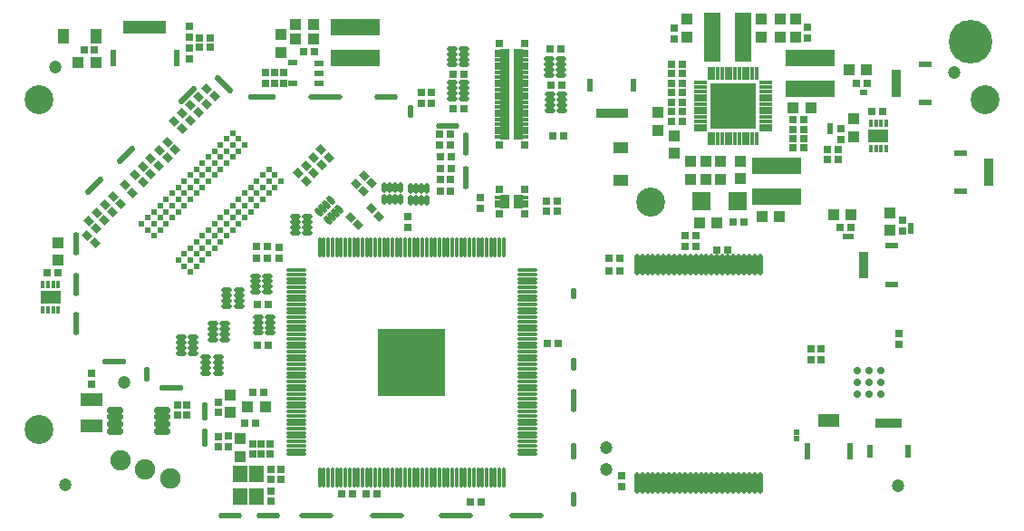
<source format=gts>
G04 Layer_Color=8388736*
%FSLAX25Y25*%
%MOIN*%
G70*
G01*
G75*
%ADD151C,0.16000*%
%ADD152R,0.04343X0.04343*%
%ADD153R,0.03162X0.02769*%
%ADD154R,0.01784X0.02965*%
%ADD155R,0.07493X0.04737*%
%ADD156R,0.01706X0.01981*%
%ADD157R,0.04343X0.04343*%
%ADD158R,0.03556X0.01981*%
%ADD159R,0.04737X0.01981*%
G04:AMPARAMS|DCode=160|XSize=86.74mil|YSize=21.78mil|CornerRadius=0mil|HoleSize=0mil|Usage=FLASHONLY|Rotation=135.000|XOffset=0mil|YOffset=0mil|HoleType=Round|Shape=Round|*
%AMOVALD160*
21,1,0.06496,0.02178,0.00000,0.00000,135.0*
1,1,0.02178,0.02297,-0.02297*
1,1,0.02178,-0.02297,0.02297*
%
%ADD160OVALD160*%

%ADD161O,0.10249X0.02178*%
%ADD162O,0.12611X0.02178*%
%ADD163O,0.08674X0.02178*%
%ADD164O,0.02178X0.04737*%
%ADD165O,0.02178X0.08674*%
%ADD166O,0.02178X0.04343*%
%ADD167O,0.02178X0.06312*%
%ADD168O,0.02178X0.05524*%
%ADD169O,0.02178X0.07099*%
%ADD170O,0.09068X0.02178*%
G04:AMPARAMS|DCode=171|XSize=86.74mil|YSize=21.78mil|CornerRadius=0mil|HoleSize=0mil|Usage=FLASHONLY|Rotation=45.000|XOffset=0mil|YOffset=0mil|HoleType=Round|Shape=Round|*
%AMOVALD171*
21,1,0.06496,0.02178,0.00000,0.00000,45.0*
1,1,0.02178,-0.02297,-0.02297*
1,1,0.02178,0.02297,0.02297*
%
%ADD171OVALD171*%

%ADD172R,0.06784X0.07099*%
%ADD173C,0.05524*%
%ADD174R,0.02769X0.03162*%
%ADD175R,0.08280X0.05131*%
%ADD176O,0.03900X0.02000*%
%ADD177C,0.04737*%
%ADD178O,0.01587X0.04737*%
%ADD179O,0.04737X0.01587*%
G04:AMPARAMS|DCode=180|XSize=27.69mil|YSize=31.62mil|CornerRadius=0mil|HoleSize=0mil|Usage=FLASHONLY|Rotation=45.000|XOffset=0mil|YOffset=0mil|HoleType=Round|Shape=Rectangle|*
%AMROTATEDRECTD180*
4,1,4,0.00139,-0.02097,-0.02097,0.00139,-0.00139,0.02097,0.02097,-0.00139,0.00139,-0.02097,0.0*
%
%ADD180ROTATEDRECTD180*%

%ADD181R,0.01981X0.05131*%
%ADD182R,0.02454X0.05918*%
%ADD183R,0.01981X0.03556*%
%ADD184R,0.01981X0.04737*%
%ADD185R,0.18123X0.05918*%
%ADD186O,0.02000X0.03900*%
G04:AMPARAMS|DCode=187|XSize=39mil|YSize=20mil|CornerRadius=0mil|HoleSize=0mil|Usage=FLASHONLY|Rotation=315.000|XOffset=0mil|YOffset=0mil|HoleType=Round|Shape=Round|*
%AMOVALD187*
21,1,0.01900,0.02000,0.00000,0.00000,315.0*
1,1,0.02000,-0.00672,0.00672*
1,1,0.02000,0.00672,-0.00672*
%
%ADD187OVALD187*%

%ADD188O,0.07296X0.01587*%
%ADD189O,0.01587X0.07296*%
%ADD190C,0.02375*%
%ADD191R,0.03556X0.02375*%
%ADD192O,0.01883X0.07800*%
%ADD193R,0.05524X0.06312*%
%ADD194R,0.05918X0.18123*%
%ADD195R,0.02650X0.02769*%
%ADD196R,0.02572X0.01745*%
%ADD197R,0.03674X0.02178*%
%ADD198O,0.06115X0.02847*%
%ADD199R,0.04147X0.05524*%
%ADD200R,0.05524X0.04147*%
%ADD201R,0.02178X0.02178*%
%ADD202R,0.02178X0.02178*%
%ADD203C,0.10642*%
%ADD204C,0.07493*%
%ADD205R,0.16548X0.16548*%
G04:AMPARAMS|DCode=206|XSize=244.22mil|YSize=244.22mil|CornerRadius=0mil|HoleSize=0mil|Usage=FLASHONLY|Rotation=0.000|XOffset=0mil|YOffset=0mil|HoleType=Round|Shape=RoundedRectangle|*
%AMROUNDEDRECTD206*
21,1,0.24422,0.24422,0,0,0.0*
21,1,0.24422,0.24422,0,0,0.0*
1,1,0.00000,0.12211,-0.12211*
1,1,0.00000,-0.12211,-0.12211*
1,1,0.00000,-0.12211,0.12211*
1,1,0.00000,0.12211,0.12211*
%
%ADD206ROUNDEDRECTD206*%
%ADD207C,0.02769*%
D151*
X348700Y176599D02*
D03*
D152*
X12900Y96150D02*
D03*
Y102650D02*
D03*
X318794Y107250D02*
D03*
Y113750D02*
D03*
X76400Y46649D02*
D03*
Y40149D02*
D03*
X263848Y132650D02*
D03*
Y126150D02*
D03*
X80016Y30613D02*
D03*
Y24113D02*
D03*
X245693Y126081D02*
D03*
Y132581D02*
D03*
X284193Y178333D02*
D03*
Y184833D02*
D03*
X239693Y142081D02*
D03*
Y135581D02*
D03*
X233693Y144081D02*
D03*
Y150581D02*
D03*
X271693Y184833D02*
D03*
Y178333D02*
D03*
X256693Y132581D02*
D03*
Y126081D02*
D03*
X94850Y172724D02*
D03*
Y179224D02*
D03*
X244193Y178333D02*
D03*
Y184833D02*
D03*
X251193Y126081D02*
D03*
Y132581D02*
D03*
X278693Y184833D02*
D03*
Y178333D02*
D03*
X305512Y148132D02*
D03*
Y141632D02*
D03*
D153*
X12868Y91600D02*
D03*
X8931D02*
D03*
X306693Y161374D02*
D03*
X310630D02*
D03*
X168717Y7200D02*
D03*
X164779D02*
D03*
X85661Y36331D02*
D03*
X81724D02*
D03*
X219498Y92283D02*
D03*
X215561D02*
D03*
X26417Y173500D02*
D03*
X22479D02*
D03*
X157420Y125892D02*
D03*
X153483D02*
D03*
X304616Y108200D02*
D03*
X300679D02*
D03*
X117224Y10331D02*
D03*
X121161D02*
D03*
X130161Y10331D02*
D03*
X126224D02*
D03*
X86311Y79817D02*
D03*
X90248D02*
D03*
X90246Y65100D02*
D03*
X86309D02*
D03*
X265161Y110331D02*
D03*
X261224D02*
D03*
X238724Y157831D02*
D03*
X242661D02*
D03*
X238724Y168331D02*
D03*
X242661D02*
D03*
X103181Y173074D02*
D03*
X107118D02*
D03*
X196918Y65474D02*
D03*
X192981D02*
D03*
X283224Y137600D02*
D03*
X287161D02*
D03*
X238724Y164831D02*
D03*
X242661D02*
D03*
X157458Y134138D02*
D03*
X153521D02*
D03*
X153428Y138505D02*
D03*
X157365D02*
D03*
X84531Y47499D02*
D03*
X88468D02*
D03*
X242661Y147331D02*
D03*
X238724D02*
D03*
X242661Y150831D02*
D03*
X238724D02*
D03*
X283224Y147831D02*
D03*
X287161D02*
D03*
X68818Y174574D02*
D03*
X64881D02*
D03*
Y178074D02*
D03*
X68818D02*
D03*
X283225Y144421D02*
D03*
X287162D02*
D03*
Y141011D02*
D03*
X283225D02*
D03*
X242661Y161331D02*
D03*
X238724D02*
D03*
X259161Y100083D02*
D03*
X255224D02*
D03*
X215561Y96883D02*
D03*
X219498D02*
D03*
X193881Y173874D02*
D03*
X197818D02*
D03*
X192596Y114399D02*
D03*
X196533D02*
D03*
X194181Y160674D02*
D03*
X198118D02*
D03*
X196518Y118074D02*
D03*
X192581D02*
D03*
X86044Y96865D02*
D03*
X89981D02*
D03*
X89980Y101166D02*
D03*
X86043D02*
D03*
X296079Y133200D02*
D03*
X300016D02*
D03*
X162117Y152100D02*
D03*
X158179D02*
D03*
X300016Y136800D02*
D03*
X296079D02*
D03*
X194981Y141974D02*
D03*
X198918D02*
D03*
X158179Y164600D02*
D03*
X162117D02*
D03*
X153376Y142627D02*
D03*
X157313D02*
D03*
X153521Y130088D02*
D03*
X157458D02*
D03*
X157420Y121492D02*
D03*
X153483D02*
D03*
X238724Y154331D02*
D03*
X242661D02*
D03*
X316276Y150894D02*
D03*
X312339D02*
D03*
D154*
X7200Y78100D02*
D03*
X9168D02*
D03*
X11137D02*
D03*
X13105D02*
D03*
Y87352D02*
D03*
X11137D02*
D03*
X9168D02*
D03*
X7200D02*
D03*
X311820Y146519D02*
D03*
X313788D02*
D03*
X315757D02*
D03*
X317725D02*
D03*
Y137267D02*
D03*
X315757Y137267D02*
D03*
X313788D02*
D03*
X311820Y137267D02*
D03*
D155*
X10153Y82726D02*
D03*
X314772Y141893D02*
D03*
D156*
X308697Y157900D02*
D03*
X310094D02*
D03*
D157*
X303837Y166305D02*
D03*
X310337D02*
D03*
X20398Y169000D02*
D03*
X26898D02*
D03*
X304698Y112800D02*
D03*
X298198D02*
D03*
X271943Y112331D02*
D03*
X278443D02*
D03*
X248943Y109831D02*
D03*
X255443D02*
D03*
X289943Y152331D02*
D03*
X283443D02*
D03*
X106900Y177574D02*
D03*
X100400D02*
D03*
X89150Y42199D02*
D03*
X82650D02*
D03*
X106800Y183074D02*
D03*
X100300D02*
D03*
D158*
X321449Y157252D02*
D03*
Y159221D02*
D03*
Y161189D02*
D03*
Y163157D02*
D03*
Y165126D02*
D03*
X355365Y132537D02*
D03*
Y130569D02*
D03*
Y128600D02*
D03*
Y126631D02*
D03*
Y124663D02*
D03*
X309135Y90552D02*
D03*
Y92520D02*
D03*
Y94489D02*
D03*
Y96457D02*
D03*
Y98426D02*
D03*
D159*
X331882Y154142D02*
D03*
X331882Y168236D02*
D03*
X344932Y135647D02*
D03*
Y121553D02*
D03*
X319568Y87441D02*
D03*
Y101536D02*
D03*
D160*
X74020Y161011D02*
D03*
D161*
X87913Y156300D02*
D03*
D162*
X111417D02*
D03*
X185433Y2362D02*
D03*
X159449D02*
D03*
X133858D02*
D03*
X107874D02*
D03*
D163*
X133465Y156299D02*
D03*
X156299Y145669D02*
D03*
X90158Y2362D02*
D03*
X76378D02*
D03*
D164*
X142520Y150787D02*
D03*
X202756Y57874D02*
D03*
D165*
X162992Y138976D02*
D03*
Y126772D02*
D03*
X202756Y44488D02*
D03*
X19685Y72835D02*
D03*
Y87402D02*
D03*
Y102362D02*
D03*
D166*
X202756Y83858D02*
D03*
D167*
Y25984D02*
D03*
D168*
Y8268D02*
D03*
X45669Y54331D02*
D03*
D169*
X66929Y31102D02*
D03*
Y40551D02*
D03*
D170*
X54674Y49213D02*
D03*
X33622Y59055D02*
D03*
D171*
X60453Y157074D02*
D03*
X37851Y134897D02*
D03*
X26250Y123598D02*
D03*
D172*
X249461Y117831D02*
D03*
X262925Y117831D02*
D03*
D173*
X348700Y176599D02*
D03*
D174*
X94948Y19399D02*
D03*
Y15462D02*
D03*
X322148Y65332D02*
D03*
Y69269D02*
D03*
X293648Y63569D02*
D03*
Y59632D02*
D03*
X290040Y63504D02*
D03*
Y59567D02*
D03*
X90965Y28768D02*
D03*
Y24831D02*
D03*
X168448Y115232D02*
D03*
Y119168D02*
D03*
X243693Y105299D02*
D03*
Y101362D02*
D03*
X61250Y174343D02*
D03*
Y170405D02*
D03*
X61250Y182243D02*
D03*
Y178305D02*
D03*
X87765Y24831D02*
D03*
Y28768D02*
D03*
X94312Y96896D02*
D03*
Y100833D02*
D03*
X146650Y158043D02*
D03*
Y154105D02*
D03*
X323548Y107032D02*
D03*
Y110968D02*
D03*
X247693Y105299D02*
D03*
Y101362D02*
D03*
X71900Y40131D02*
D03*
Y44068D02*
D03*
X141652Y112361D02*
D03*
Y108424D02*
D03*
X91393Y7462D02*
D03*
Y11399D02*
D03*
X91393Y15462D02*
D03*
Y19399D02*
D03*
X288693Y178114D02*
D03*
Y182051D02*
D03*
X75563Y27523D02*
D03*
Y31460D02*
D03*
X92548Y161331D02*
D03*
Y165269D02*
D03*
X72101Y27504D02*
D03*
Y31441D02*
D03*
X95948Y161331D02*
D03*
Y165269D02*
D03*
X89148Y161331D02*
D03*
Y165269D02*
D03*
X239693Y177614D02*
D03*
Y181551D02*
D03*
X84465Y28767D02*
D03*
Y24830D02*
D03*
X301065Y144568D02*
D03*
Y140631D02*
D03*
X150150Y154105D02*
D03*
Y158043D02*
D03*
X220393Y13115D02*
D03*
Y17052D02*
D03*
X60448Y39132D02*
D03*
Y43069D02*
D03*
X25293Y54514D02*
D03*
Y50577D02*
D03*
X56948Y39132D02*
D03*
Y43069D02*
D03*
D175*
X25393Y35224D02*
D03*
Y45067D02*
D03*
D176*
X157925Y161553D02*
D03*
Y159584D02*
D03*
Y157616D02*
D03*
Y155647D02*
D03*
X162373D02*
D03*
Y157616D02*
D03*
Y159584D02*
D03*
Y161553D02*
D03*
X100229Y112345D02*
D03*
Y110376D02*
D03*
Y108408D02*
D03*
Y106439D02*
D03*
X104677D02*
D03*
Y108408D02*
D03*
Y110376D02*
D03*
Y112345D02*
D03*
X75029Y85345D02*
D03*
Y83376D02*
D03*
Y81408D02*
D03*
Y79439D02*
D03*
X79477D02*
D03*
Y81408D02*
D03*
Y83376D02*
D03*
Y85345D02*
D03*
X90986Y75357D02*
D03*
Y73388D02*
D03*
Y71420D02*
D03*
Y69451D02*
D03*
X86538D02*
D03*
Y71420D02*
D03*
Y73388D02*
D03*
Y75357D02*
D03*
X69892Y72803D02*
D03*
Y70834D02*
D03*
Y68866D02*
D03*
Y66897D02*
D03*
X74340D02*
D03*
Y68866D02*
D03*
Y70834D02*
D03*
Y72803D02*
D03*
X62677Y67945D02*
D03*
Y65976D02*
D03*
Y64008D02*
D03*
Y62039D02*
D03*
X58229D02*
D03*
Y64008D02*
D03*
Y65976D02*
D03*
Y67945D02*
D03*
X67429Y60645D02*
D03*
Y58676D02*
D03*
Y56708D02*
D03*
Y54739D02*
D03*
X71877D02*
D03*
Y56708D02*
D03*
Y58676D02*
D03*
Y60645D02*
D03*
X85529Y90445D02*
D03*
Y88476D02*
D03*
Y86508D02*
D03*
Y84539D02*
D03*
X89977D02*
D03*
Y86508D02*
D03*
Y88476D02*
D03*
Y90445D02*
D03*
X193625Y164321D02*
D03*
Y166290D02*
D03*
Y168258D02*
D03*
Y170227D02*
D03*
X198073D02*
D03*
Y168258D02*
D03*
Y166290D02*
D03*
Y164321D02*
D03*
X157925Y174053D02*
D03*
Y172084D02*
D03*
Y170116D02*
D03*
Y168147D02*
D03*
X162373D02*
D03*
Y170116D02*
D03*
Y172084D02*
D03*
Y174053D02*
D03*
X193925Y151421D02*
D03*
Y153390D02*
D03*
Y155358D02*
D03*
Y157327D02*
D03*
X198373D02*
D03*
Y155358D02*
D03*
Y153390D02*
D03*
Y151421D02*
D03*
D177*
X11811Y167323D02*
D03*
X342520Y165354D02*
D03*
X214567Y27165D02*
D03*
Y19291D02*
D03*
X37402Y51181D02*
D03*
X15748Y13780D02*
D03*
X322047Y13386D02*
D03*
D178*
X269854Y140823D02*
D03*
X268280D02*
D03*
X266705D02*
D03*
X265130D02*
D03*
X263555D02*
D03*
X261980D02*
D03*
X260405D02*
D03*
X258831D02*
D03*
X257256D02*
D03*
X255681D02*
D03*
X254106D02*
D03*
X252532D02*
D03*
Y164839D02*
D03*
X254106D02*
D03*
X255681D02*
D03*
X257256D02*
D03*
X258831D02*
D03*
X260405D02*
D03*
X261980D02*
D03*
X263555D02*
D03*
X265130D02*
D03*
X266705D02*
D03*
X268280D02*
D03*
X269854D02*
D03*
D179*
X249185Y144169D02*
D03*
Y145744D02*
D03*
Y147319D02*
D03*
Y148894D02*
D03*
Y150469D02*
D03*
Y152043D02*
D03*
Y153618D02*
D03*
Y155193D02*
D03*
Y156768D02*
D03*
Y158343D02*
D03*
Y159917D02*
D03*
Y161492D02*
D03*
X273201D02*
D03*
Y159917D02*
D03*
Y158343D02*
D03*
Y156768D02*
D03*
Y155193D02*
D03*
Y153618D02*
D03*
Y152043D02*
D03*
Y150469D02*
D03*
Y148894D02*
D03*
Y147319D02*
D03*
Y145744D02*
D03*
Y144169D02*
D03*
D180*
X55760Y147284D02*
D03*
X58544Y144500D02*
D03*
X61544Y147500D02*
D03*
X58760Y150284D02*
D03*
X61760Y153284D02*
D03*
X64544Y150500D02*
D03*
X67544Y153500D02*
D03*
X64760Y156284D02*
D03*
X67760Y159284D02*
D03*
X70544Y156500D02*
D03*
X130944Y112400D02*
D03*
X128160Y115184D02*
D03*
X120462Y112081D02*
D03*
X123246Y109297D02*
D03*
X50360Y136584D02*
D03*
X53144Y133800D02*
D03*
X49844Y130800D02*
D03*
X47060Y133584D02*
D03*
X26544Y102500D02*
D03*
X23760Y105284D02*
D03*
X24260Y110784D02*
D03*
X27044Y108000D02*
D03*
X30044Y111000D02*
D03*
X27260Y113784D02*
D03*
X30260Y116784D02*
D03*
X33044Y114000D02*
D03*
X36044Y117000D02*
D03*
X33260Y119784D02*
D03*
X44144Y124800D02*
D03*
X41360Y127584D02*
D03*
X37660Y123884D02*
D03*
X40444Y121100D02*
D03*
X109760Y136884D02*
D03*
X112544Y134100D02*
D03*
X109844Y131200D02*
D03*
X107060Y133984D02*
D03*
X104260Y130984D02*
D03*
X107044Y128200D02*
D03*
X104144Y125400D02*
D03*
X101360Y128184D02*
D03*
X122660Y124284D02*
D03*
X125444Y121500D02*
D03*
X128444Y124500D02*
D03*
X125660Y127284D02*
D03*
X53260Y139584D02*
D03*
X56044Y136800D02*
D03*
X44260Y130584D02*
D03*
X47044Y127800D02*
D03*
D181*
X295472Y37244D02*
D03*
X297441D02*
D03*
X299409D02*
D03*
X293504D02*
D03*
X39890Y182008D02*
D03*
X41858D02*
D03*
X43827D02*
D03*
X45795D02*
D03*
X47764D02*
D03*
X49732D02*
D03*
X51701D02*
D03*
X37921D02*
D03*
D182*
X288701Y25945D02*
D03*
X304213D02*
D03*
X33118Y170709D02*
D03*
X56504D02*
D03*
D183*
X221654Y150197D02*
D03*
X219685D02*
D03*
X217717D02*
D03*
X215748D02*
D03*
X213779D02*
D03*
X211811D02*
D03*
X322441Y36319D02*
D03*
X320472D02*
D03*
X318504D02*
D03*
X316535D02*
D03*
X314567D02*
D03*
D184*
X224764Y160630D02*
D03*
X208701D02*
D03*
X325551Y25886D02*
D03*
X311457D02*
D03*
D185*
X289693Y159122D02*
D03*
Y170539D02*
D03*
X122350Y170565D02*
D03*
Y181983D02*
D03*
X277193Y131039D02*
D03*
Y119622D02*
D03*
D186*
X148605Y118266D02*
D03*
X146636D02*
D03*
X144668D02*
D03*
X142699D02*
D03*
Y122714D02*
D03*
X144668D02*
D03*
X146636D02*
D03*
X148605D02*
D03*
X139004Y123015D02*
D03*
X137035D02*
D03*
X135067D02*
D03*
X133098D02*
D03*
Y118567D02*
D03*
X135067D02*
D03*
X137035D02*
D03*
X139004D02*
D03*
D187*
X116313Y115007D02*
D03*
X114921Y113615D02*
D03*
X113529Y112223D02*
D03*
X112137Y110831D02*
D03*
X108992Y113976D02*
D03*
X110384Y115368D02*
D03*
X111776Y116760D02*
D03*
X113168Y118152D02*
D03*
D188*
X185473Y92550D02*
D03*
Y90975D02*
D03*
Y89401D02*
D03*
Y87826D02*
D03*
Y86251D02*
D03*
Y84676D02*
D03*
Y83101D02*
D03*
Y81527D02*
D03*
Y79952D02*
D03*
Y78377D02*
D03*
Y76802D02*
D03*
Y75227D02*
D03*
Y73653D02*
D03*
Y72078D02*
D03*
Y70503D02*
D03*
Y68928D02*
D03*
Y67353D02*
D03*
Y65779D02*
D03*
Y64204D02*
D03*
Y62629D02*
D03*
Y61054D02*
D03*
Y59479D02*
D03*
Y57905D02*
D03*
Y56330D02*
D03*
Y54755D02*
D03*
Y53180D02*
D03*
Y51605D02*
D03*
Y50031D02*
D03*
Y48456D02*
D03*
Y46881D02*
D03*
Y45306D02*
D03*
Y43731D02*
D03*
Y42157D02*
D03*
Y40582D02*
D03*
Y39007D02*
D03*
Y37432D02*
D03*
Y35857D02*
D03*
Y34283D02*
D03*
Y32708D02*
D03*
Y31133D02*
D03*
Y29558D02*
D03*
Y27983D02*
D03*
Y26409D02*
D03*
Y24834D02*
D03*
X100631D02*
D03*
Y26409D02*
D03*
Y27983D02*
D03*
Y29558D02*
D03*
Y31133D02*
D03*
Y32708D02*
D03*
Y34283D02*
D03*
Y35857D02*
D03*
Y37432D02*
D03*
Y39007D02*
D03*
Y40582D02*
D03*
Y42157D02*
D03*
Y43731D02*
D03*
Y45306D02*
D03*
Y46881D02*
D03*
Y48456D02*
D03*
Y50031D02*
D03*
Y51605D02*
D03*
Y53180D02*
D03*
Y54755D02*
D03*
Y56330D02*
D03*
Y57905D02*
D03*
Y59479D02*
D03*
Y61054D02*
D03*
Y62629D02*
D03*
Y64204D02*
D03*
Y65779D02*
D03*
Y67353D02*
D03*
Y68928D02*
D03*
Y70503D02*
D03*
Y72078D02*
D03*
Y73653D02*
D03*
Y75227D02*
D03*
Y76802D02*
D03*
Y78377D02*
D03*
Y79952D02*
D03*
Y81527D02*
D03*
Y83101D02*
D03*
Y84676D02*
D03*
Y86251D02*
D03*
Y87826D02*
D03*
Y89401D02*
D03*
Y90975D02*
D03*
Y92550D02*
D03*
D189*
X176910Y16271D02*
D03*
X175335D02*
D03*
X173761D02*
D03*
X172186D02*
D03*
X170611D02*
D03*
X169036D02*
D03*
X167461D02*
D03*
X165887D02*
D03*
X164312D02*
D03*
X162737D02*
D03*
X161162D02*
D03*
X159587D02*
D03*
X158013D02*
D03*
X156438D02*
D03*
X154863D02*
D03*
X153288D02*
D03*
X151713D02*
D03*
X150139D02*
D03*
X148564D02*
D03*
X146989D02*
D03*
X145414D02*
D03*
X143839D02*
D03*
X142265D02*
D03*
X140690D02*
D03*
X139115D02*
D03*
X137540D02*
D03*
X135965D02*
D03*
X134391D02*
D03*
X132816D02*
D03*
X131241D02*
D03*
X129666D02*
D03*
X128091D02*
D03*
X126517D02*
D03*
X124942D02*
D03*
X123367D02*
D03*
X121792D02*
D03*
X120217D02*
D03*
X118643D02*
D03*
X117068D02*
D03*
X115493D02*
D03*
X113918D02*
D03*
X112343D02*
D03*
X110769D02*
D03*
X109194D02*
D03*
Y101113D02*
D03*
X110769D02*
D03*
X112343D02*
D03*
X113918D02*
D03*
X115493D02*
D03*
X117068D02*
D03*
X118643D02*
D03*
X120217D02*
D03*
X121792D02*
D03*
X123367D02*
D03*
X124942D02*
D03*
X126517D02*
D03*
X128091D02*
D03*
X129666D02*
D03*
X131241D02*
D03*
X132816D02*
D03*
X134391D02*
D03*
X135965D02*
D03*
X137540D02*
D03*
X139115D02*
D03*
X140690D02*
D03*
X142265D02*
D03*
X143839D02*
D03*
X145414D02*
D03*
X146989D02*
D03*
X148564D02*
D03*
X150139D02*
D03*
X151713D02*
D03*
X153288D02*
D03*
X154863D02*
D03*
X156438D02*
D03*
X158013D02*
D03*
X159587D02*
D03*
X161162D02*
D03*
X162737D02*
D03*
X164312D02*
D03*
X165887D02*
D03*
X167461D02*
D03*
X169036D02*
D03*
X170611D02*
D03*
X172186D02*
D03*
X173761D02*
D03*
X175335D02*
D03*
X176910D02*
D03*
D190*
X61594Y91844D02*
D03*
X59367Y94070D02*
D03*
X57140Y96298D02*
D03*
X48232Y105206D02*
D03*
X46004Y107433D02*
D03*
X43778Y109660D02*
D03*
X63821Y94071D02*
D03*
X61595Y96298D02*
D03*
X59367Y98525D02*
D03*
X50459Y107433D02*
D03*
X48232Y109661D02*
D03*
X46005Y111887D02*
D03*
X66048Y96298D02*
D03*
X63821Y98524D02*
D03*
X61594Y100752D02*
D03*
X52686Y109660D02*
D03*
X50458Y111887D02*
D03*
X48232Y114114D02*
D03*
X68275Y98525D02*
D03*
X66049Y100752D02*
D03*
X63821Y102979D02*
D03*
X54913Y111887D02*
D03*
X52686Y114115D02*
D03*
X50459Y116341D02*
D03*
X70502Y100752D02*
D03*
X68275Y102978D02*
D03*
X66048Y105206D02*
D03*
X57140Y114114D02*
D03*
X54912Y116341D02*
D03*
X52686Y118568D02*
D03*
X72729Y102979D02*
D03*
X70503Y105206D02*
D03*
X68275Y107433D02*
D03*
X59367Y116341D02*
D03*
X57140Y118569D02*
D03*
X54913Y120795D02*
D03*
X74957Y105206D02*
D03*
X72730Y107433D02*
D03*
X70503Y109661D02*
D03*
X61595Y118569D02*
D03*
X59367Y120796D02*
D03*
X57140Y123023D02*
D03*
X77183Y107433D02*
D03*
X74957Y109660D02*
D03*
X72729Y111887D02*
D03*
X63821Y120795D02*
D03*
X61594Y123023D02*
D03*
X59367Y125249D02*
D03*
X79411Y109661D02*
D03*
X77184Y111887D02*
D03*
X74957Y114115D02*
D03*
X66049Y123023D02*
D03*
X63821Y125250D02*
D03*
X61595Y127477D02*
D03*
X81638Y111887D02*
D03*
X79411Y114114D02*
D03*
X77183Y116341D02*
D03*
X68275Y125249D02*
D03*
X66048Y127477D02*
D03*
X63821Y129704D02*
D03*
X83865Y114115D02*
D03*
X81638Y116341D02*
D03*
X79411Y118569D02*
D03*
X70503Y127477D02*
D03*
X68275Y129704D02*
D03*
X66049Y131931D02*
D03*
X86092Y116342D02*
D03*
X83866Y118569D02*
D03*
X81638Y120796D02*
D03*
X72730Y129704D02*
D03*
X70503Y131932D02*
D03*
X68276Y134158D02*
D03*
X88319Y118569D02*
D03*
X86092Y120795D02*
D03*
X83865Y123023D02*
D03*
X74957Y131931D02*
D03*
X72729Y134158D02*
D03*
X70503Y136385D02*
D03*
X90546Y120796D02*
D03*
X88320Y123023D02*
D03*
X86092Y125250D02*
D03*
X77184Y134158D02*
D03*
X74957Y136386D02*
D03*
X72730Y138612D02*
D03*
X92773Y123023D02*
D03*
X90546Y125249D02*
D03*
X88319Y127477D02*
D03*
X79411Y136385D02*
D03*
X77183Y138612D02*
D03*
X74957Y140839D02*
D03*
X95000Y125250D02*
D03*
X92774Y127477D02*
D03*
X90546Y129704D02*
D03*
X81638Y138612D02*
D03*
X79411Y140840D02*
D03*
X77184Y143066D02*
D03*
D191*
X108850Y161134D02*
D03*
Y164874D02*
D03*
Y168614D02*
D03*
X99401Y168811D02*
D03*
Y161134D02*
D03*
D192*
X271130Y14268D02*
D03*
X269161D02*
D03*
X267193D02*
D03*
X265224D02*
D03*
X263256D02*
D03*
X261287D02*
D03*
X259319D02*
D03*
X257350D02*
D03*
X255382D02*
D03*
X253413D02*
D03*
X251445D02*
D03*
X249476D02*
D03*
X247508D02*
D03*
X245539D02*
D03*
X243571D02*
D03*
X241602D02*
D03*
X239634D02*
D03*
X237665D02*
D03*
X235697D02*
D03*
X233728D02*
D03*
X231760D02*
D03*
X229791D02*
D03*
X227823D02*
D03*
X225854D02*
D03*
Y94583D02*
D03*
X227823D02*
D03*
X229791D02*
D03*
X231760D02*
D03*
X233728D02*
D03*
X235697D02*
D03*
X237665D02*
D03*
X239634D02*
D03*
X241602D02*
D03*
X243571D02*
D03*
X245539D02*
D03*
X247508D02*
D03*
X249476D02*
D03*
X251445D02*
D03*
X253413D02*
D03*
X255382D02*
D03*
X257350D02*
D03*
X259319D02*
D03*
X261287D02*
D03*
X263256D02*
D03*
X265224D02*
D03*
X267193D02*
D03*
X269161D02*
D03*
X271130D02*
D03*
D193*
X79987Y9431D02*
D03*
Y17698D02*
D03*
X85893D02*
D03*
Y9431D02*
D03*
D194*
X264902Y178331D02*
D03*
X253484D02*
D03*
D195*
X175216Y176063D02*
D03*
X184626D02*
D03*
X184626Y138661D02*
D03*
X175216D02*
D03*
X175216Y113189D02*
D03*
X184626D02*
D03*
Y122244D02*
D03*
X175216D02*
D03*
D196*
X184744Y169961D02*
D03*
Y171535D02*
D03*
Y173110D02*
D03*
X175098Y169961D02*
D03*
Y171535D02*
D03*
Y173110D02*
D03*
X184744Y168386D02*
D03*
Y162087D02*
D03*
Y166811D02*
D03*
Y165236D02*
D03*
Y163661D02*
D03*
Y155787D02*
D03*
Y160512D02*
D03*
Y158937D02*
D03*
Y157362D02*
D03*
Y149488D02*
D03*
Y154213D02*
D03*
Y152638D02*
D03*
Y151063D02*
D03*
Y143189D02*
D03*
Y147913D02*
D03*
Y146339D02*
D03*
Y144764D02*
D03*
Y141614D02*
D03*
X175098Y168386D02*
D03*
Y165236D02*
D03*
Y163661D02*
D03*
Y162087D02*
D03*
Y166811D02*
D03*
Y158937D02*
D03*
Y157362D02*
D03*
Y155787D02*
D03*
Y160512D02*
D03*
Y152638D02*
D03*
Y151063D02*
D03*
Y149488D02*
D03*
Y154213D02*
D03*
Y146339D02*
D03*
Y144764D02*
D03*
Y143189D02*
D03*
Y147913D02*
D03*
Y141614D02*
D03*
X175098Y119291D02*
D03*
Y117717D02*
D03*
Y116142D02*
D03*
X184744Y119291D02*
D03*
Y117717D02*
D03*
Y116142D02*
D03*
D197*
X182421Y169961D02*
D03*
Y171535D02*
D03*
X177421Y173110D02*
D03*
Y171535D02*
D03*
Y169961D02*
D03*
X182421Y173110D02*
D03*
Y168386D02*
D03*
Y166811D02*
D03*
Y165236D02*
D03*
Y163661D02*
D03*
Y160512D02*
D03*
Y162087D02*
D03*
Y158937D02*
D03*
Y157362D02*
D03*
Y155787D02*
D03*
Y154213D02*
D03*
Y152638D02*
D03*
Y151063D02*
D03*
Y143189D02*
D03*
Y144764D02*
D03*
Y146339D02*
D03*
Y147913D02*
D03*
Y149488D02*
D03*
Y141614D02*
D03*
X177421Y168386D02*
D03*
Y160512D02*
D03*
Y162087D02*
D03*
Y163661D02*
D03*
Y165236D02*
D03*
Y166811D02*
D03*
Y158937D02*
D03*
Y157362D02*
D03*
Y155787D02*
D03*
Y154213D02*
D03*
Y152638D02*
D03*
Y151063D02*
D03*
Y147913D02*
D03*
Y149488D02*
D03*
Y146339D02*
D03*
Y144764D02*
D03*
Y143189D02*
D03*
Y141614D02*
D03*
X182421Y119291D02*
D03*
X177421Y116142D02*
D03*
Y117717D02*
D03*
Y119291D02*
D03*
X182421Y117717D02*
D03*
Y116142D02*
D03*
D198*
X33833Y41084D02*
D03*
Y38525D02*
D03*
Y35966D02*
D03*
Y33407D02*
D03*
X51353Y41084D02*
D03*
Y38525D02*
D03*
Y35966D02*
D03*
Y33407D02*
D03*
D199*
X26852Y178500D02*
D03*
X14844D02*
D03*
D200*
X219865Y125495D02*
D03*
Y137503D02*
D03*
D201*
X326701Y106901D02*
D03*
Y108988D02*
D03*
X284695Y30757D02*
D03*
Y32843D02*
D03*
X296795Y145543D02*
D03*
Y143457D02*
D03*
D202*
X302451Y105100D02*
D03*
X304538D02*
D03*
D203*
X231102Y117717D02*
D03*
X353937Y155118D02*
D03*
X5906D02*
D03*
Y33858D02*
D03*
D204*
X54328Y16015D02*
D03*
X45079Y19382D02*
D03*
X35830Y22748D02*
D03*
D205*
X261193Y152831D02*
D03*
D206*
X143052Y58692D02*
D03*
D207*
X306862Y46800D02*
D03*
X311193D02*
D03*
X315524D02*
D03*
X306862Y51131D02*
D03*
X311193D02*
D03*
X315524D02*
D03*
X306862Y55461D02*
D03*
X311193D02*
D03*
X315524D02*
D03*
M02*

</source>
